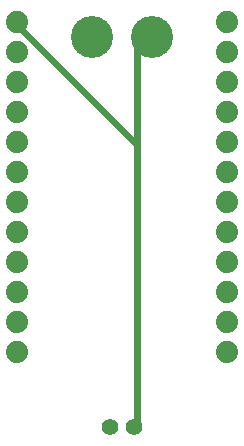
<source format=gbl>
G75*
G70*
%OFA0B0*%
%FSLAX24Y24*%
%IPPOS*%
%LPD*%
%AMOC8*
5,1,8,0,0,1.08239X$1,22.5*
%
%ADD10C,0.0740*%
%ADD11C,0.0560*%
%ADD12C,0.1400*%
%ADD13C,0.0240*%
%ADD14C,0.0100*%
D10*
X001100Y004178D03*
X001100Y005178D03*
X001100Y006178D03*
X001100Y007178D03*
X001100Y008178D03*
X001100Y009178D03*
X001100Y010178D03*
X001100Y011178D03*
X001100Y012178D03*
X001100Y013178D03*
X001100Y014178D03*
X001100Y015178D03*
X008100Y015178D03*
X008100Y014178D03*
X008100Y013178D03*
X008100Y012178D03*
X008100Y011178D03*
X008100Y010178D03*
X008100Y009178D03*
X008100Y008178D03*
X008100Y007178D03*
X008100Y006178D03*
X008100Y005178D03*
X008100Y004178D03*
D11*
X004994Y001678D03*
X004206Y001678D03*
D12*
X003600Y014678D03*
X005600Y014678D03*
D13*
X005500Y014678D01*
X005100Y014278D01*
X005100Y011078D01*
X001100Y015078D01*
X005100Y011078D02*
X005100Y001678D01*
X004994Y001678D01*
D14*
X001100Y015078D02*
X001100Y015178D01*
M02*

</source>
